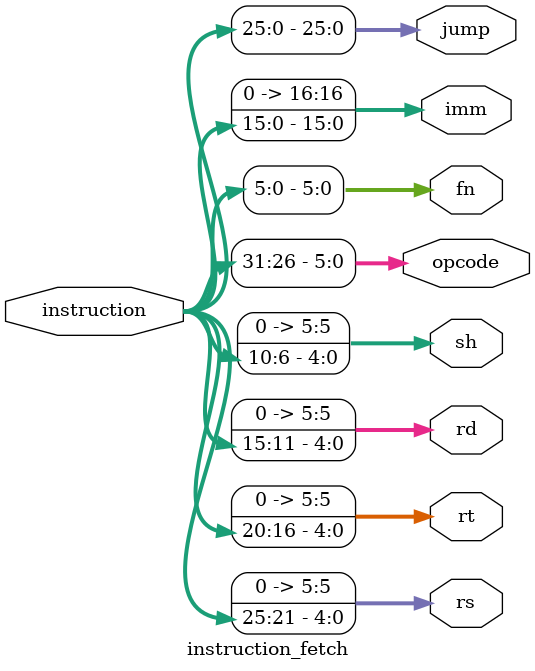
<source format=v>
module instruction_fetch(input [31:0] instruction, output reg [5:0] rs,rt,rd,sh,output reg [5:0] opcode,fn,output reg [16:0] imm,output reg [25:0] jump);
always @ (*)
begin
	opcode<=instruction[31:26];
	rs		<={1'b0,instruction[25:21]};
	rt		<={1'b0,instruction[20:16]};
	rd		<={1'b0,instruction[15:11]};
	sh		<={1'b0,instruction[10:6]};
	fn		<=instruction[5:0];
	imm	<={1'b0,instruction[15:0]};
	jump	<=instruction[25:0];
end
endmodule























	










</source>
